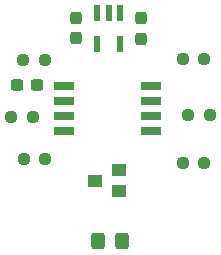
<source format=gbr>
G04 #@! TF.GenerationSoftware,KiCad,Pcbnew,8.0.1*
G04 #@! TF.CreationDate,2025-02-25T23:45:37-07:00*
G04 #@! TF.ProjectId,ColorSensing,436f6c6f-7253-4656-9e73-696e672e6b69,rev?*
G04 #@! TF.SameCoordinates,Original*
G04 #@! TF.FileFunction,Paste,Bot*
G04 #@! TF.FilePolarity,Positive*
%FSLAX46Y46*%
G04 Gerber Fmt 4.6, Leading zero omitted, Abs format (unit mm)*
G04 Created by KiCad (PCBNEW 8.0.1) date 2025-02-25 23:45:37*
%MOMM*%
%LPD*%
G01*
G04 APERTURE LIST*
G04 Aperture macros list*
%AMRoundRect*
0 Rectangle with rounded corners*
0 $1 Rounding radius*
0 $2 $3 $4 $5 $6 $7 $8 $9 X,Y pos of 4 corners*
0 Add a 4 corners polygon primitive as box body*
4,1,4,$2,$3,$4,$5,$6,$7,$8,$9,$2,$3,0*
0 Add four circle primitives for the rounded corners*
1,1,$1+$1,$2,$3*
1,1,$1+$1,$4,$5*
1,1,$1+$1,$6,$7*
1,1,$1+$1,$8,$9*
0 Add four rect primitives between the rounded corners*
20,1,$1+$1,$2,$3,$4,$5,0*
20,1,$1+$1,$4,$5,$6,$7,0*
20,1,$1+$1,$6,$7,$8,$9,0*
20,1,$1+$1,$8,$9,$2,$3,0*%
G04 Aperture macros list end*
%ADD10RoundRect,0.237500X0.300000X0.237500X-0.300000X0.237500X-0.300000X-0.237500X0.300000X-0.237500X0*%
%ADD11R,0.508000X1.320800*%
%ADD12RoundRect,0.237500X0.237500X-0.300000X0.237500X0.300000X-0.237500X0.300000X-0.237500X-0.300000X0*%
%ADD13RoundRect,0.237500X-0.237500X0.300000X-0.237500X-0.300000X0.237500X-0.300000X0.237500X0.300000X0*%
%ADD14RoundRect,0.237500X0.250000X0.237500X-0.250000X0.237500X-0.250000X-0.237500X0.250000X-0.237500X0*%
%ADD15RoundRect,0.250000X0.325000X0.450000X-0.325000X0.450000X-0.325000X-0.450000X0.325000X-0.450000X0*%
%ADD16RoundRect,0.237500X-0.250000X-0.237500X0.250000X-0.237500X0.250000X0.237500X-0.250000X0.237500X0*%
%ADD17R,1.143000X1.016000*%
%ADD18R,1.700000X0.650000*%
G04 APERTURE END LIST*
D10*
X120895000Y-79700000D03*
X119170000Y-79700000D03*
D11*
X125969999Y-73630000D03*
X126920000Y-73630000D03*
X127870001Y-73630000D03*
X127870001Y-76220800D03*
X125969999Y-76220800D03*
D12*
X124160000Y-75720000D03*
X124160000Y-73995000D03*
D13*
X129650000Y-74055000D03*
X129650000Y-75780000D03*
D14*
X135040000Y-77540000D03*
X133215000Y-77540000D03*
X121530000Y-77610000D03*
X119705000Y-77610000D03*
X121550000Y-86010000D03*
X119725000Y-86010000D03*
X120490000Y-82380000D03*
X118665000Y-82380000D03*
D15*
X128090000Y-92880000D03*
X126040000Y-92880000D03*
D16*
X133670000Y-82270000D03*
X135495000Y-82270000D03*
D17*
X127846000Y-86935000D03*
X127846000Y-88713000D03*
X125814000Y-87824000D03*
D14*
X135045000Y-86310000D03*
X133220000Y-86310000D03*
D18*
X130490000Y-79780000D03*
X130490000Y-81050000D03*
X130490000Y-82320000D03*
X130490000Y-83590000D03*
X123190000Y-83590000D03*
X123190000Y-82320000D03*
X123190000Y-81050000D03*
X123190000Y-79780000D03*
M02*

</source>
